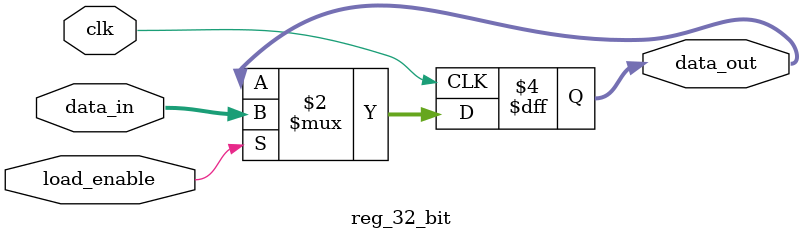
<source format=v>
module reg_32_bit(
    output reg [31:0] data_out, 
    input [31:0] data_in,
    input load_enable, clk
);

always @(posedge clk)
    if(load_enable) data_out <= data_in;
endmodule
</source>
